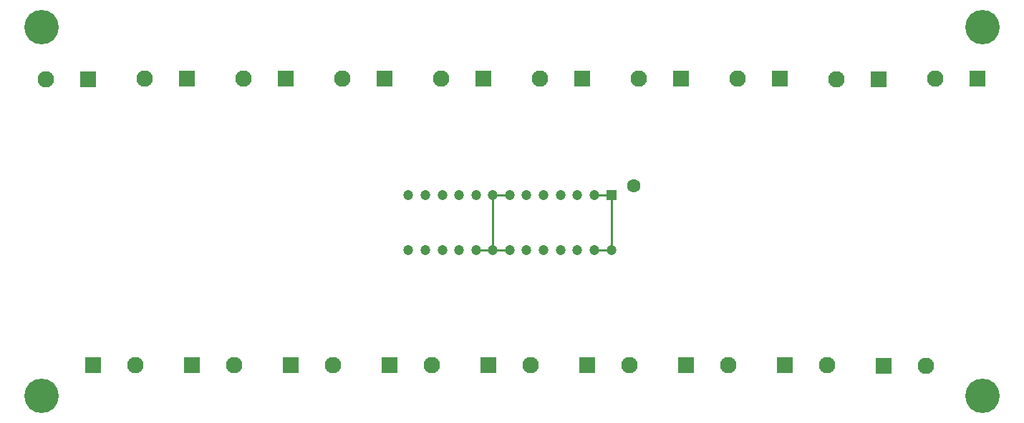
<source format=gbl>
%FSTAX23Y23*%
%MOIN*%
%SFA1B1*%

%IPPOS*%
%ADD12C,0.010000*%
%ADD21C,0.047240*%
%ADD22C,0.062990*%
%ADD23R,0.047240X0.047240*%
%ADD24C,0.076770*%
%ADD25R,0.076770X0.076770*%
%ADD26C,0.160000*%
%LNvolttap-1*%
%LPD*%
G54D12*
X02221Y008D02*
Y01055D01*
X02142Y008D02*
X02221D01*
X023*
X02221Y01055D02*
X023D01*
X02693D02*
X02772D01*
Y008D02*
Y01055D01*
X02693Y008D02*
X02772D01*
G54D21*
X02142Y008D03*
Y01055D03*
X023D03*
X02221D03*
X023Y008D03*
X02221D03*
X02693Y01055D03*
X02614D03*
X02536D03*
X02457D03*
X02378D03*
X02063D03*
X01985D03*
X01906D03*
X01827D03*
X02772Y008D03*
X02693D03*
X02614D03*
X02536D03*
X02457D03*
X02378D03*
X02063D03*
X01985D03*
X01906D03*
X01827D03*
G54D22*
X02876Y01099D03*
G54D23*
X02772Y01055D03*
G54D24*
X04236Y0026D03*
X03778Y00262D03*
X03318D03*
X02858D03*
X02398D03*
X01938D03*
X01478D03*
X01018D03*
X00558D03*
X00141Y01597D03*
X006Y016D03*
X0106D03*
X0152D03*
X0198D03*
X0244D03*
X029D03*
X0336D03*
X03821Y01597D03*
X0428Y016D03*
G54D25*
X0404Y0026D03*
X03581Y00262D03*
X03121D03*
X02661D03*
X02201D03*
X01741D03*
X01281D03*
X00821D03*
X00361D03*
X00338Y01597D03*
X00796Y016D03*
X01256D03*
X01716D03*
X02176D03*
X02636D03*
X03096D03*
X03556D03*
X04018Y01597D03*
X04476Y016D03*
G54D26*
X0012Y0184D03*
X045D03*
X0012Y0012D03*
X045D03*
M02*
</source>
